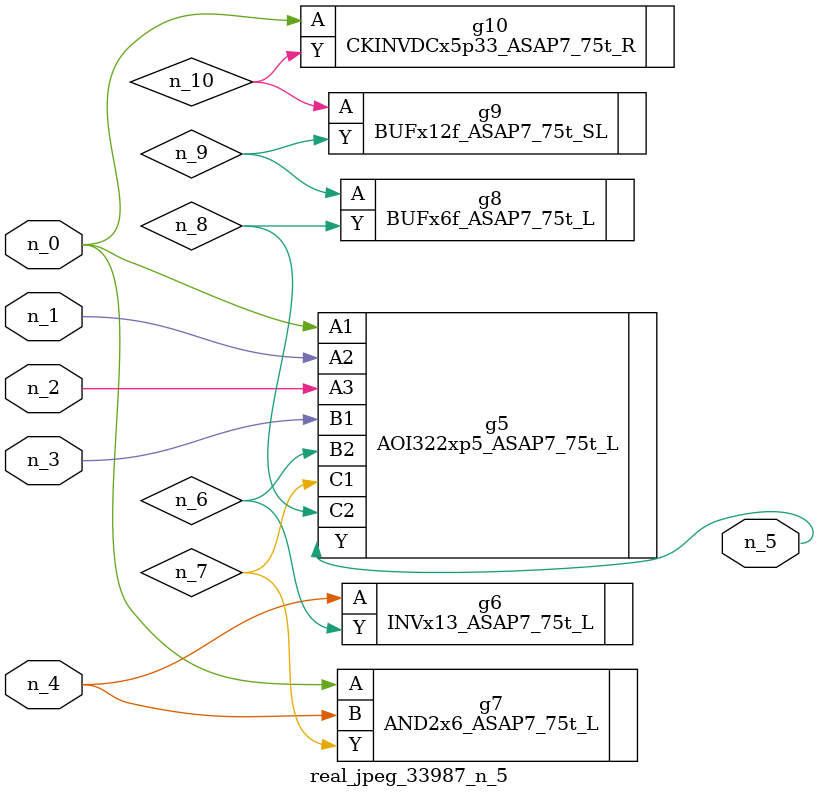
<source format=v>
module real_jpeg_33987_n_5 (n_4, n_0, n_1, n_2, n_3, n_5);

input n_4;
input n_0;
input n_1;
input n_2;
input n_3;

output n_5;

wire n_8;
wire n_6;
wire n_7;
wire n_10;
wire n_9;

AOI322xp5_ASAP7_75t_L g5 ( 
.A1(n_0),
.A2(n_1),
.A3(n_2),
.B1(n_3),
.B2(n_6),
.C1(n_7),
.C2(n_8),
.Y(n_5)
);

AND2x6_ASAP7_75t_L g7 ( 
.A(n_0),
.B(n_4),
.Y(n_7)
);

CKINVDCx5p33_ASAP7_75t_R g10 ( 
.A(n_0),
.Y(n_10)
);

INVx13_ASAP7_75t_L g6 ( 
.A(n_4),
.Y(n_6)
);

BUFx6f_ASAP7_75t_L g8 ( 
.A(n_9),
.Y(n_8)
);

BUFx12f_ASAP7_75t_SL g9 ( 
.A(n_10),
.Y(n_9)
);


endmodule
</source>
